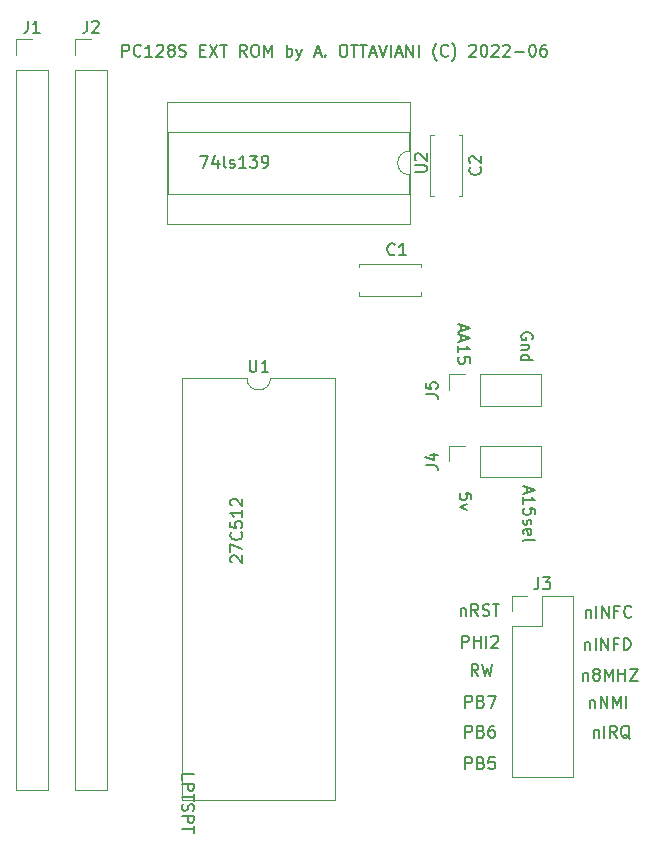
<source format=gbr>
G04 #@! TF.GenerationSoftware,KiCad,Pcbnew,(5.1.5)-3*
G04 #@! TF.CreationDate,2022-06-14T21:30:09+02:00*
G04 #@! TF.ProjectId,PC128S_ExtROM,50433132-3853-45f4-9578-74524f4d2e6b,rev?*
G04 #@! TF.SameCoordinates,Original*
G04 #@! TF.FileFunction,Legend,Top*
G04 #@! TF.FilePolarity,Positive*
%FSLAX46Y46*%
G04 Gerber Fmt 4.6, Leading zero omitted, Abs format (unit mm)*
G04 Created by KiCad (PCBNEW (5.1.5)-3) date 2022-06-14 21:30:09*
%MOMM*%
%LPD*%
G04 APERTURE LIST*
%ADD10C,0.150000*%
%ADD11C,0.120000*%
G04 APERTURE END LIST*
D10*
X158258238Y-76223880D02*
X158924904Y-76223880D01*
X158496333Y-77223880D01*
X159734428Y-76557214D02*
X159734428Y-77223880D01*
X159496333Y-76176261D02*
X159258238Y-76890547D01*
X159877285Y-76890547D01*
X160401095Y-77223880D02*
X160305857Y-77176261D01*
X160258238Y-77081023D01*
X160258238Y-76223880D01*
X160734428Y-77176261D02*
X160829666Y-77223880D01*
X161020142Y-77223880D01*
X161115380Y-77176261D01*
X161163000Y-77081023D01*
X161163000Y-77033404D01*
X161115380Y-76938166D01*
X161020142Y-76890547D01*
X160877285Y-76890547D01*
X160782047Y-76842928D01*
X160734428Y-76747690D01*
X160734428Y-76700071D01*
X160782047Y-76604833D01*
X160877285Y-76557214D01*
X161020142Y-76557214D01*
X161115380Y-76604833D01*
X162115380Y-77223880D02*
X161543952Y-77223880D01*
X161829666Y-77223880D02*
X161829666Y-76223880D01*
X161734428Y-76366738D01*
X161639190Y-76461976D01*
X161543952Y-76509595D01*
X162448714Y-76223880D02*
X163067761Y-76223880D01*
X162734428Y-76604833D01*
X162877285Y-76604833D01*
X162972523Y-76652452D01*
X163020142Y-76700071D01*
X163067761Y-76795309D01*
X163067761Y-77033404D01*
X163020142Y-77128642D01*
X162972523Y-77176261D01*
X162877285Y-77223880D01*
X162591571Y-77223880D01*
X162496333Y-77176261D01*
X162448714Y-77128642D01*
X163543952Y-77223880D02*
X163734428Y-77223880D01*
X163829666Y-77176261D01*
X163877285Y-77128642D01*
X163972523Y-76985785D01*
X164020142Y-76795309D01*
X164020142Y-76414357D01*
X163972523Y-76319119D01*
X163924904Y-76271500D01*
X163829666Y-76223880D01*
X163639190Y-76223880D01*
X163543952Y-76271500D01*
X163496333Y-76319119D01*
X163448714Y-76414357D01*
X163448714Y-76652452D01*
X163496333Y-76747690D01*
X163543952Y-76795309D01*
X163639190Y-76842928D01*
X163829666Y-76842928D01*
X163924904Y-76795309D01*
X163972523Y-76747690D01*
X164020142Y-76652452D01*
X180363833Y-90582952D02*
X180363833Y-91059142D01*
X180078119Y-90487714D02*
X181078119Y-90821047D01*
X180078119Y-91154380D01*
X180363833Y-91440095D02*
X180363833Y-91916285D01*
X180078119Y-91344857D02*
X181078119Y-91678190D01*
X180078119Y-92011523D01*
X180078119Y-92868666D02*
X180078119Y-92297238D01*
X180078119Y-92582952D02*
X181078119Y-92582952D01*
X180935261Y-92487714D01*
X180840023Y-92392476D01*
X180792404Y-92297238D01*
X181078119Y-93773428D02*
X181078119Y-93297238D01*
X180601928Y-93249619D01*
X180649547Y-93297238D01*
X180697166Y-93392476D01*
X180697166Y-93630571D01*
X180649547Y-93725809D01*
X180601928Y-93773428D01*
X180506690Y-93821047D01*
X180268595Y-93821047D01*
X180173357Y-93773428D01*
X180125738Y-93725809D01*
X180078119Y-93630571D01*
X180078119Y-93392476D01*
X180125738Y-93297238D01*
X180173357Y-93249619D01*
X186364500Y-91749642D02*
X186412119Y-91654404D01*
X186412119Y-91511547D01*
X186364500Y-91368690D01*
X186269261Y-91273452D01*
X186174023Y-91225833D01*
X185983547Y-91178214D01*
X185840690Y-91178214D01*
X185650214Y-91225833D01*
X185554976Y-91273452D01*
X185459738Y-91368690D01*
X185412119Y-91511547D01*
X185412119Y-91606785D01*
X185459738Y-91749642D01*
X185507357Y-91797261D01*
X185840690Y-91797261D01*
X185840690Y-91606785D01*
X186078785Y-92225833D02*
X185412119Y-92225833D01*
X185983547Y-92225833D02*
X186031166Y-92273452D01*
X186078785Y-92368690D01*
X186078785Y-92511547D01*
X186031166Y-92606785D01*
X185935928Y-92654404D01*
X185412119Y-92654404D01*
X185412119Y-93559166D02*
X186412119Y-93559166D01*
X185459738Y-93559166D02*
X185412119Y-93463928D01*
X185412119Y-93273452D01*
X185459738Y-93178214D01*
X185507357Y-93130595D01*
X185602595Y-93082976D01*
X185888309Y-93082976D01*
X185983547Y-93130595D01*
X186031166Y-93178214D01*
X186078785Y-93273452D01*
X186078785Y-93463928D01*
X186031166Y-93559166D01*
X185888333Y-104267285D02*
X185888333Y-104743476D01*
X185602619Y-104172047D02*
X186602619Y-104505380D01*
X185602619Y-104838714D01*
X185602619Y-105695857D02*
X185602619Y-105124428D01*
X185602619Y-105410142D02*
X186602619Y-105410142D01*
X186459761Y-105314904D01*
X186364523Y-105219666D01*
X186316904Y-105124428D01*
X186602619Y-106600619D02*
X186602619Y-106124428D01*
X186126428Y-106076809D01*
X186174047Y-106124428D01*
X186221666Y-106219666D01*
X186221666Y-106457761D01*
X186174047Y-106553000D01*
X186126428Y-106600619D01*
X186031190Y-106648238D01*
X185793095Y-106648238D01*
X185697857Y-106600619D01*
X185650238Y-106553000D01*
X185602619Y-106457761D01*
X185602619Y-106219666D01*
X185650238Y-106124428D01*
X185697857Y-106076809D01*
X185650238Y-107029190D02*
X185602619Y-107124428D01*
X185602619Y-107314904D01*
X185650238Y-107410142D01*
X185745476Y-107457761D01*
X185793095Y-107457761D01*
X185888333Y-107410142D01*
X185935952Y-107314904D01*
X185935952Y-107172047D01*
X185983571Y-107076809D01*
X186078809Y-107029190D01*
X186126428Y-107029190D01*
X186221666Y-107076809D01*
X186269285Y-107172047D01*
X186269285Y-107314904D01*
X186221666Y-107410142D01*
X185650238Y-108267285D02*
X185602619Y-108172047D01*
X185602619Y-107981571D01*
X185650238Y-107886333D01*
X185745476Y-107838714D01*
X186126428Y-107838714D01*
X186221666Y-107886333D01*
X186269285Y-107981571D01*
X186269285Y-108172047D01*
X186221666Y-108267285D01*
X186126428Y-108314904D01*
X186031190Y-108314904D01*
X185935952Y-107838714D01*
X185602619Y-108886333D02*
X185650238Y-108791095D01*
X185745476Y-108743476D01*
X186602619Y-108743476D01*
X181205119Y-105330642D02*
X181205119Y-104854452D01*
X180728928Y-104806833D01*
X180776547Y-104854452D01*
X180824166Y-104949690D01*
X180824166Y-105187785D01*
X180776547Y-105283023D01*
X180728928Y-105330642D01*
X180633690Y-105378261D01*
X180395595Y-105378261D01*
X180300357Y-105330642D01*
X180252738Y-105283023D01*
X180205119Y-105187785D01*
X180205119Y-104949690D01*
X180252738Y-104854452D01*
X180300357Y-104806833D01*
X180871785Y-105711595D02*
X180205119Y-105949690D01*
X180871785Y-106187785D01*
X160901119Y-110640476D02*
X160853500Y-110592857D01*
X160805880Y-110497619D01*
X160805880Y-110259523D01*
X160853500Y-110164285D01*
X160901119Y-110116666D01*
X160996357Y-110069047D01*
X161091595Y-110069047D01*
X161234452Y-110116666D01*
X161805880Y-110688095D01*
X161805880Y-110069047D01*
X160805880Y-109735714D02*
X160805880Y-109069047D01*
X161805880Y-109497619D01*
X161710642Y-108116666D02*
X161758261Y-108164285D01*
X161805880Y-108307142D01*
X161805880Y-108402380D01*
X161758261Y-108545238D01*
X161663023Y-108640476D01*
X161567785Y-108688095D01*
X161377309Y-108735714D01*
X161234452Y-108735714D01*
X161043976Y-108688095D01*
X160948738Y-108640476D01*
X160853500Y-108545238D01*
X160805880Y-108402380D01*
X160805880Y-108307142D01*
X160853500Y-108164285D01*
X160901119Y-108116666D01*
X160805880Y-107211904D02*
X160805880Y-107688095D01*
X161282071Y-107735714D01*
X161234452Y-107688095D01*
X161186833Y-107592857D01*
X161186833Y-107354761D01*
X161234452Y-107259523D01*
X161282071Y-107211904D01*
X161377309Y-107164285D01*
X161615404Y-107164285D01*
X161710642Y-107211904D01*
X161758261Y-107259523D01*
X161805880Y-107354761D01*
X161805880Y-107592857D01*
X161758261Y-107688095D01*
X161710642Y-107735714D01*
X161805880Y-106211904D02*
X161805880Y-106783333D01*
X161805880Y-106497619D02*
X160805880Y-106497619D01*
X160948738Y-106592857D01*
X161043976Y-106688095D01*
X161091595Y-106783333D01*
X160901119Y-105830952D02*
X160853500Y-105783333D01*
X160805880Y-105688095D01*
X160805880Y-105450000D01*
X160853500Y-105354761D01*
X160901119Y-105307142D01*
X160996357Y-105259523D01*
X161091595Y-105259523D01*
X161234452Y-105307142D01*
X161805880Y-105878571D01*
X161805880Y-105259523D01*
X151656119Y-67825880D02*
X151656119Y-66825880D01*
X152037071Y-66825880D01*
X152132309Y-66873500D01*
X152179928Y-66921119D01*
X152227547Y-67016357D01*
X152227547Y-67159214D01*
X152179928Y-67254452D01*
X152132309Y-67302071D01*
X152037071Y-67349690D01*
X151656119Y-67349690D01*
X153227547Y-67730642D02*
X153179928Y-67778261D01*
X153037071Y-67825880D01*
X152941833Y-67825880D01*
X152798976Y-67778261D01*
X152703738Y-67683023D01*
X152656119Y-67587785D01*
X152608500Y-67397309D01*
X152608500Y-67254452D01*
X152656119Y-67063976D01*
X152703738Y-66968738D01*
X152798976Y-66873500D01*
X152941833Y-66825880D01*
X153037071Y-66825880D01*
X153179928Y-66873500D01*
X153227547Y-66921119D01*
X154179928Y-67825880D02*
X153608500Y-67825880D01*
X153894214Y-67825880D02*
X153894214Y-66825880D01*
X153798976Y-66968738D01*
X153703738Y-67063976D01*
X153608500Y-67111595D01*
X154560880Y-66921119D02*
X154608500Y-66873500D01*
X154703738Y-66825880D01*
X154941833Y-66825880D01*
X155037071Y-66873500D01*
X155084690Y-66921119D01*
X155132309Y-67016357D01*
X155132309Y-67111595D01*
X155084690Y-67254452D01*
X154513261Y-67825880D01*
X155132309Y-67825880D01*
X155703738Y-67254452D02*
X155608500Y-67206833D01*
X155560880Y-67159214D01*
X155513261Y-67063976D01*
X155513261Y-67016357D01*
X155560880Y-66921119D01*
X155608500Y-66873500D01*
X155703738Y-66825880D01*
X155894214Y-66825880D01*
X155989452Y-66873500D01*
X156037071Y-66921119D01*
X156084690Y-67016357D01*
X156084690Y-67063976D01*
X156037071Y-67159214D01*
X155989452Y-67206833D01*
X155894214Y-67254452D01*
X155703738Y-67254452D01*
X155608500Y-67302071D01*
X155560880Y-67349690D01*
X155513261Y-67444928D01*
X155513261Y-67635404D01*
X155560880Y-67730642D01*
X155608500Y-67778261D01*
X155703738Y-67825880D01*
X155894214Y-67825880D01*
X155989452Y-67778261D01*
X156037071Y-67730642D01*
X156084690Y-67635404D01*
X156084690Y-67444928D01*
X156037071Y-67349690D01*
X155989452Y-67302071D01*
X155894214Y-67254452D01*
X156465642Y-67778261D02*
X156608500Y-67825880D01*
X156846595Y-67825880D01*
X156941833Y-67778261D01*
X156989452Y-67730642D01*
X157037071Y-67635404D01*
X157037071Y-67540166D01*
X156989452Y-67444928D01*
X156941833Y-67397309D01*
X156846595Y-67349690D01*
X156656119Y-67302071D01*
X156560880Y-67254452D01*
X156513261Y-67206833D01*
X156465642Y-67111595D01*
X156465642Y-67016357D01*
X156513261Y-66921119D01*
X156560880Y-66873500D01*
X156656119Y-66825880D01*
X156894214Y-66825880D01*
X157037071Y-66873500D01*
X158227547Y-67302071D02*
X158560880Y-67302071D01*
X158703738Y-67825880D02*
X158227547Y-67825880D01*
X158227547Y-66825880D01*
X158703738Y-66825880D01*
X159037071Y-66825880D02*
X159703738Y-67825880D01*
X159703738Y-66825880D02*
X159037071Y-67825880D01*
X159941833Y-66825880D02*
X160513261Y-66825880D01*
X160227547Y-67825880D02*
X160227547Y-66825880D01*
X162179928Y-67825880D02*
X161846595Y-67349690D01*
X161608500Y-67825880D02*
X161608500Y-66825880D01*
X161989452Y-66825880D01*
X162084690Y-66873500D01*
X162132309Y-66921119D01*
X162179928Y-67016357D01*
X162179928Y-67159214D01*
X162132309Y-67254452D01*
X162084690Y-67302071D01*
X161989452Y-67349690D01*
X161608500Y-67349690D01*
X162798976Y-66825880D02*
X162989452Y-66825880D01*
X163084690Y-66873500D01*
X163179928Y-66968738D01*
X163227547Y-67159214D01*
X163227547Y-67492547D01*
X163179928Y-67683023D01*
X163084690Y-67778261D01*
X162989452Y-67825880D01*
X162798976Y-67825880D01*
X162703738Y-67778261D01*
X162608500Y-67683023D01*
X162560880Y-67492547D01*
X162560880Y-67159214D01*
X162608500Y-66968738D01*
X162703738Y-66873500D01*
X162798976Y-66825880D01*
X163656119Y-67825880D02*
X163656119Y-66825880D01*
X163989452Y-67540166D01*
X164322785Y-66825880D01*
X164322785Y-67825880D01*
X165560880Y-67825880D02*
X165560880Y-66825880D01*
X165560880Y-67206833D02*
X165656119Y-67159214D01*
X165846595Y-67159214D01*
X165941833Y-67206833D01*
X165989452Y-67254452D01*
X166037071Y-67349690D01*
X166037071Y-67635404D01*
X165989452Y-67730642D01*
X165941833Y-67778261D01*
X165846595Y-67825880D01*
X165656119Y-67825880D01*
X165560880Y-67778261D01*
X166370404Y-67159214D02*
X166608500Y-67825880D01*
X166846595Y-67159214D02*
X166608500Y-67825880D01*
X166513261Y-68063976D01*
X166465642Y-68111595D01*
X166370404Y-68159214D01*
X167941833Y-67540166D02*
X168418023Y-67540166D01*
X167846595Y-67825880D02*
X168179928Y-66825880D01*
X168513261Y-67825880D01*
X168846595Y-67730642D02*
X168894214Y-67778261D01*
X168846595Y-67825880D01*
X168798976Y-67778261D01*
X168846595Y-67730642D01*
X168846595Y-67825880D01*
X170275166Y-66825880D02*
X170465642Y-66825880D01*
X170560880Y-66873500D01*
X170656119Y-66968738D01*
X170703738Y-67159214D01*
X170703738Y-67492547D01*
X170656119Y-67683023D01*
X170560880Y-67778261D01*
X170465642Y-67825880D01*
X170275166Y-67825880D01*
X170179928Y-67778261D01*
X170084690Y-67683023D01*
X170037071Y-67492547D01*
X170037071Y-67159214D01*
X170084690Y-66968738D01*
X170179928Y-66873500D01*
X170275166Y-66825880D01*
X170989452Y-66825880D02*
X171560880Y-66825880D01*
X171275166Y-67825880D02*
X171275166Y-66825880D01*
X171751357Y-66825880D02*
X172322785Y-66825880D01*
X172037071Y-67825880D02*
X172037071Y-66825880D01*
X172608500Y-67540166D02*
X173084690Y-67540166D01*
X172513261Y-67825880D02*
X172846595Y-66825880D01*
X173179928Y-67825880D01*
X173370404Y-66825880D02*
X173703738Y-67825880D01*
X174037071Y-66825880D01*
X174370404Y-67825880D02*
X174370404Y-66825880D01*
X174798976Y-67540166D02*
X175275166Y-67540166D01*
X174703738Y-67825880D02*
X175037071Y-66825880D01*
X175370404Y-67825880D01*
X175703738Y-67825880D02*
X175703738Y-66825880D01*
X176275166Y-67825880D01*
X176275166Y-66825880D01*
X176751357Y-67825880D02*
X176751357Y-66825880D01*
X178275166Y-68206833D02*
X178227547Y-68159214D01*
X178132309Y-68016357D01*
X178084690Y-67921119D01*
X178037071Y-67778261D01*
X177989452Y-67540166D01*
X177989452Y-67349690D01*
X178037071Y-67111595D01*
X178084690Y-66968738D01*
X178132309Y-66873500D01*
X178227547Y-66730642D01*
X178275166Y-66683023D01*
X179227547Y-67730642D02*
X179179928Y-67778261D01*
X179037071Y-67825880D01*
X178941833Y-67825880D01*
X178798976Y-67778261D01*
X178703738Y-67683023D01*
X178656119Y-67587785D01*
X178608500Y-67397309D01*
X178608500Y-67254452D01*
X178656119Y-67063976D01*
X178703738Y-66968738D01*
X178798976Y-66873500D01*
X178941833Y-66825880D01*
X179037071Y-66825880D01*
X179179928Y-66873500D01*
X179227547Y-66921119D01*
X179560880Y-68206833D02*
X179608500Y-68159214D01*
X179703738Y-68016357D01*
X179751357Y-67921119D01*
X179798976Y-67778261D01*
X179846595Y-67540166D01*
X179846595Y-67349690D01*
X179798976Y-67111595D01*
X179751357Y-66968738D01*
X179703738Y-66873500D01*
X179608500Y-66730642D01*
X179560880Y-66683023D01*
X181037071Y-66921119D02*
X181084690Y-66873500D01*
X181179928Y-66825880D01*
X181418023Y-66825880D01*
X181513261Y-66873500D01*
X181560880Y-66921119D01*
X181608500Y-67016357D01*
X181608500Y-67111595D01*
X181560880Y-67254452D01*
X180989452Y-67825880D01*
X181608500Y-67825880D01*
X182227547Y-66825880D02*
X182322785Y-66825880D01*
X182418023Y-66873500D01*
X182465642Y-66921119D01*
X182513261Y-67016357D01*
X182560880Y-67206833D01*
X182560880Y-67444928D01*
X182513261Y-67635404D01*
X182465642Y-67730642D01*
X182418023Y-67778261D01*
X182322785Y-67825880D01*
X182227547Y-67825880D01*
X182132309Y-67778261D01*
X182084690Y-67730642D01*
X182037071Y-67635404D01*
X181989452Y-67444928D01*
X181989452Y-67206833D01*
X182037071Y-67016357D01*
X182084690Y-66921119D01*
X182132309Y-66873500D01*
X182227547Y-66825880D01*
X182941833Y-66921119D02*
X182989452Y-66873500D01*
X183084690Y-66825880D01*
X183322785Y-66825880D01*
X183418023Y-66873500D01*
X183465642Y-66921119D01*
X183513261Y-67016357D01*
X183513261Y-67111595D01*
X183465642Y-67254452D01*
X182894214Y-67825880D01*
X183513261Y-67825880D01*
X183894214Y-66921119D02*
X183941833Y-66873500D01*
X184037071Y-66825880D01*
X184275166Y-66825880D01*
X184370404Y-66873500D01*
X184418023Y-66921119D01*
X184465642Y-67016357D01*
X184465642Y-67111595D01*
X184418023Y-67254452D01*
X183846595Y-67825880D01*
X184465642Y-67825880D01*
X184894214Y-67444928D02*
X185656119Y-67444928D01*
X186322785Y-66825880D02*
X186418023Y-66825880D01*
X186513261Y-66873500D01*
X186560880Y-66921119D01*
X186608500Y-67016357D01*
X186656119Y-67206833D01*
X186656119Y-67444928D01*
X186608500Y-67635404D01*
X186560880Y-67730642D01*
X186513261Y-67778261D01*
X186418023Y-67825880D01*
X186322785Y-67825880D01*
X186227547Y-67778261D01*
X186179928Y-67730642D01*
X186132309Y-67635404D01*
X186084690Y-67444928D01*
X186084690Y-67206833D01*
X186132309Y-67016357D01*
X186179928Y-66921119D01*
X186227547Y-66873500D01*
X186322785Y-66825880D01*
X187513261Y-66825880D02*
X187322785Y-66825880D01*
X187227547Y-66873500D01*
X187179928Y-66921119D01*
X187084690Y-67063976D01*
X187037071Y-67254452D01*
X187037071Y-67635404D01*
X187084690Y-67730642D01*
X187132309Y-67778261D01*
X187227547Y-67825880D01*
X187418023Y-67825880D01*
X187513261Y-67778261D01*
X187560880Y-67730642D01*
X187608500Y-67635404D01*
X187608500Y-67397309D01*
X187560880Y-67302071D01*
X187513261Y-67254452D01*
X187418023Y-67206833D01*
X187227547Y-67206833D01*
X187132309Y-67254452D01*
X187084690Y-67302071D01*
X187037071Y-67397309D01*
X156710119Y-129071928D02*
X156710119Y-128595738D01*
X157710119Y-128595738D01*
X156710119Y-129405261D02*
X157710119Y-129405261D01*
X157710119Y-129786214D01*
X157662500Y-129881452D01*
X157614880Y-129929071D01*
X157519642Y-129976690D01*
X157376785Y-129976690D01*
X157281547Y-129929071D01*
X157233928Y-129881452D01*
X157186309Y-129786214D01*
X157186309Y-129405261D01*
X157710119Y-130262404D02*
X157710119Y-130833833D01*
X156710119Y-130548119D02*
X157710119Y-130548119D01*
X156757738Y-131119547D02*
X156710119Y-131262404D01*
X156710119Y-131500500D01*
X156757738Y-131595738D01*
X156805357Y-131643357D01*
X156900595Y-131690976D01*
X156995833Y-131690976D01*
X157091071Y-131643357D01*
X157138690Y-131595738D01*
X157186309Y-131500500D01*
X157233928Y-131310023D01*
X157281547Y-131214785D01*
X157329166Y-131167166D01*
X157424404Y-131119547D01*
X157519642Y-131119547D01*
X157614880Y-131167166D01*
X157662500Y-131214785D01*
X157710119Y-131310023D01*
X157710119Y-131548119D01*
X157662500Y-131690976D01*
X156710119Y-132119547D02*
X157710119Y-132119547D01*
X157710119Y-132500500D01*
X157662500Y-132595738D01*
X157614880Y-132643357D01*
X157519642Y-132690976D01*
X157376785Y-132690976D01*
X157281547Y-132643357D01*
X157233928Y-132595738D01*
X157186309Y-132500500D01*
X157186309Y-132119547D01*
X157710119Y-132976690D02*
X157710119Y-133548119D01*
X156710119Y-133262404D02*
X157710119Y-133262404D01*
X191563809Y-124817214D02*
X191563809Y-125483880D01*
X191563809Y-124912452D02*
X191611428Y-124864833D01*
X191706666Y-124817214D01*
X191849523Y-124817214D01*
X191944761Y-124864833D01*
X191992380Y-124960071D01*
X191992380Y-125483880D01*
X192468571Y-125483880D02*
X192468571Y-124483880D01*
X193516190Y-125483880D02*
X193182857Y-125007690D01*
X192944761Y-125483880D02*
X192944761Y-124483880D01*
X193325714Y-124483880D01*
X193420952Y-124531500D01*
X193468571Y-124579119D01*
X193516190Y-124674357D01*
X193516190Y-124817214D01*
X193468571Y-124912452D01*
X193420952Y-124960071D01*
X193325714Y-125007690D01*
X192944761Y-125007690D01*
X194611428Y-125579119D02*
X194516190Y-125531500D01*
X194420952Y-125436261D01*
X194278095Y-125293404D01*
X194182857Y-125245785D01*
X194087619Y-125245785D01*
X194135238Y-125483880D02*
X194040000Y-125436261D01*
X193944761Y-125341023D01*
X193897142Y-125150547D01*
X193897142Y-124817214D01*
X193944761Y-124626738D01*
X194040000Y-124531500D01*
X194135238Y-124483880D01*
X194325714Y-124483880D01*
X194420952Y-124531500D01*
X194516190Y-124626738D01*
X194563809Y-124817214D01*
X194563809Y-125150547D01*
X194516190Y-125341023D01*
X194420952Y-125436261D01*
X194325714Y-125483880D01*
X194135238Y-125483880D01*
X191238380Y-122340714D02*
X191238380Y-123007380D01*
X191238380Y-122435952D02*
X191286000Y-122388333D01*
X191381238Y-122340714D01*
X191524095Y-122340714D01*
X191619333Y-122388333D01*
X191666952Y-122483571D01*
X191666952Y-123007380D01*
X192143142Y-123007380D02*
X192143142Y-122007380D01*
X192714571Y-123007380D01*
X192714571Y-122007380D01*
X193190761Y-123007380D02*
X193190761Y-122007380D01*
X193524095Y-122721666D01*
X193857428Y-122007380D01*
X193857428Y-123007380D01*
X194333619Y-123007380D02*
X194333619Y-122007380D01*
X190651095Y-119991214D02*
X190651095Y-120657880D01*
X190651095Y-120086452D02*
X190698714Y-120038833D01*
X190793952Y-119991214D01*
X190936809Y-119991214D01*
X191032047Y-120038833D01*
X191079666Y-120134071D01*
X191079666Y-120657880D01*
X191698714Y-120086452D02*
X191603476Y-120038833D01*
X191555857Y-119991214D01*
X191508238Y-119895976D01*
X191508238Y-119848357D01*
X191555857Y-119753119D01*
X191603476Y-119705500D01*
X191698714Y-119657880D01*
X191889190Y-119657880D01*
X191984428Y-119705500D01*
X192032047Y-119753119D01*
X192079666Y-119848357D01*
X192079666Y-119895976D01*
X192032047Y-119991214D01*
X191984428Y-120038833D01*
X191889190Y-120086452D01*
X191698714Y-120086452D01*
X191603476Y-120134071D01*
X191555857Y-120181690D01*
X191508238Y-120276928D01*
X191508238Y-120467404D01*
X191555857Y-120562642D01*
X191603476Y-120610261D01*
X191698714Y-120657880D01*
X191889190Y-120657880D01*
X191984428Y-120610261D01*
X192032047Y-120562642D01*
X192079666Y-120467404D01*
X192079666Y-120276928D01*
X192032047Y-120181690D01*
X191984428Y-120134071D01*
X191889190Y-120086452D01*
X192508238Y-120657880D02*
X192508238Y-119657880D01*
X192841571Y-120372166D01*
X193174904Y-119657880D01*
X193174904Y-120657880D01*
X193651095Y-120657880D02*
X193651095Y-119657880D01*
X193651095Y-120134071D02*
X194222523Y-120134071D01*
X194222523Y-120657880D02*
X194222523Y-119657880D01*
X194603476Y-119657880D02*
X195270142Y-119657880D01*
X194603476Y-120657880D01*
X195270142Y-120657880D01*
X190817738Y-117387714D02*
X190817738Y-118054380D01*
X190817738Y-117482952D02*
X190865357Y-117435333D01*
X190960595Y-117387714D01*
X191103452Y-117387714D01*
X191198690Y-117435333D01*
X191246309Y-117530571D01*
X191246309Y-118054380D01*
X191722500Y-118054380D02*
X191722500Y-117054380D01*
X192198690Y-118054380D02*
X192198690Y-117054380D01*
X192770119Y-118054380D01*
X192770119Y-117054380D01*
X193579642Y-117530571D02*
X193246309Y-117530571D01*
X193246309Y-118054380D02*
X193246309Y-117054380D01*
X193722500Y-117054380D01*
X194103452Y-118054380D02*
X194103452Y-117054380D01*
X194341547Y-117054380D01*
X194484404Y-117102000D01*
X194579642Y-117197238D01*
X194627261Y-117292476D01*
X194674880Y-117482952D01*
X194674880Y-117625809D01*
X194627261Y-117816285D01*
X194579642Y-117911523D01*
X194484404Y-118006761D01*
X194341547Y-118054380D01*
X194103452Y-118054380D01*
X190881238Y-114657214D02*
X190881238Y-115323880D01*
X190881238Y-114752452D02*
X190928857Y-114704833D01*
X191024095Y-114657214D01*
X191166952Y-114657214D01*
X191262190Y-114704833D01*
X191309809Y-114800071D01*
X191309809Y-115323880D01*
X191786000Y-115323880D02*
X191786000Y-114323880D01*
X192262190Y-115323880D02*
X192262190Y-114323880D01*
X192833619Y-115323880D01*
X192833619Y-114323880D01*
X193643142Y-114800071D02*
X193309809Y-114800071D01*
X193309809Y-115323880D02*
X193309809Y-114323880D01*
X193786000Y-114323880D01*
X194738380Y-115228642D02*
X194690761Y-115276261D01*
X194547904Y-115323880D01*
X194452666Y-115323880D01*
X194309809Y-115276261D01*
X194214571Y-115181023D01*
X194166952Y-115085785D01*
X194119333Y-114895309D01*
X194119333Y-114752452D01*
X194166952Y-114561976D01*
X194214571Y-114466738D01*
X194309809Y-114371500D01*
X194452666Y-114323880D01*
X194547904Y-114323880D01*
X194690761Y-114371500D01*
X194738380Y-114419119D01*
X180689404Y-128150880D02*
X180689404Y-127150880D01*
X181070357Y-127150880D01*
X181165595Y-127198500D01*
X181213214Y-127246119D01*
X181260833Y-127341357D01*
X181260833Y-127484214D01*
X181213214Y-127579452D01*
X181165595Y-127627071D01*
X181070357Y-127674690D01*
X180689404Y-127674690D01*
X182022738Y-127627071D02*
X182165595Y-127674690D01*
X182213214Y-127722309D01*
X182260833Y-127817547D01*
X182260833Y-127960404D01*
X182213214Y-128055642D01*
X182165595Y-128103261D01*
X182070357Y-128150880D01*
X181689404Y-128150880D01*
X181689404Y-127150880D01*
X182022738Y-127150880D01*
X182117976Y-127198500D01*
X182165595Y-127246119D01*
X182213214Y-127341357D01*
X182213214Y-127436595D01*
X182165595Y-127531833D01*
X182117976Y-127579452D01*
X182022738Y-127627071D01*
X181689404Y-127627071D01*
X183165595Y-127150880D02*
X182689404Y-127150880D01*
X182641785Y-127627071D01*
X182689404Y-127579452D01*
X182784642Y-127531833D01*
X183022738Y-127531833D01*
X183117976Y-127579452D01*
X183165595Y-127627071D01*
X183213214Y-127722309D01*
X183213214Y-127960404D01*
X183165595Y-128055642D01*
X183117976Y-128103261D01*
X183022738Y-128150880D01*
X182784642Y-128150880D01*
X182689404Y-128103261D01*
X182641785Y-128055642D01*
X180689404Y-125483880D02*
X180689404Y-124483880D01*
X181070357Y-124483880D01*
X181165595Y-124531500D01*
X181213214Y-124579119D01*
X181260833Y-124674357D01*
X181260833Y-124817214D01*
X181213214Y-124912452D01*
X181165595Y-124960071D01*
X181070357Y-125007690D01*
X180689404Y-125007690D01*
X182022738Y-124960071D02*
X182165595Y-125007690D01*
X182213214Y-125055309D01*
X182260833Y-125150547D01*
X182260833Y-125293404D01*
X182213214Y-125388642D01*
X182165595Y-125436261D01*
X182070357Y-125483880D01*
X181689404Y-125483880D01*
X181689404Y-124483880D01*
X182022738Y-124483880D01*
X182117976Y-124531500D01*
X182165595Y-124579119D01*
X182213214Y-124674357D01*
X182213214Y-124769595D01*
X182165595Y-124864833D01*
X182117976Y-124912452D01*
X182022738Y-124960071D01*
X181689404Y-124960071D01*
X183117976Y-124483880D02*
X182927500Y-124483880D01*
X182832261Y-124531500D01*
X182784642Y-124579119D01*
X182689404Y-124721976D01*
X182641785Y-124912452D01*
X182641785Y-125293404D01*
X182689404Y-125388642D01*
X182737023Y-125436261D01*
X182832261Y-125483880D01*
X183022738Y-125483880D01*
X183117976Y-125436261D01*
X183165595Y-125388642D01*
X183213214Y-125293404D01*
X183213214Y-125055309D01*
X183165595Y-124960071D01*
X183117976Y-124912452D01*
X183022738Y-124864833D01*
X182832261Y-124864833D01*
X182737023Y-124912452D01*
X182689404Y-124960071D01*
X182641785Y-125055309D01*
X180689404Y-122943880D02*
X180689404Y-121943880D01*
X181070357Y-121943880D01*
X181165595Y-121991500D01*
X181213214Y-122039119D01*
X181260833Y-122134357D01*
X181260833Y-122277214D01*
X181213214Y-122372452D01*
X181165595Y-122420071D01*
X181070357Y-122467690D01*
X180689404Y-122467690D01*
X182022738Y-122420071D02*
X182165595Y-122467690D01*
X182213214Y-122515309D01*
X182260833Y-122610547D01*
X182260833Y-122753404D01*
X182213214Y-122848642D01*
X182165595Y-122896261D01*
X182070357Y-122943880D01*
X181689404Y-122943880D01*
X181689404Y-121943880D01*
X182022738Y-121943880D01*
X182117976Y-121991500D01*
X182165595Y-122039119D01*
X182213214Y-122134357D01*
X182213214Y-122229595D01*
X182165595Y-122324833D01*
X182117976Y-122372452D01*
X182022738Y-122420071D01*
X181689404Y-122420071D01*
X182594166Y-121943880D02*
X183260833Y-121943880D01*
X182832261Y-122943880D01*
X181792595Y-120276880D02*
X181459261Y-119800690D01*
X181221166Y-120276880D02*
X181221166Y-119276880D01*
X181602119Y-119276880D01*
X181697357Y-119324500D01*
X181744976Y-119372119D01*
X181792595Y-119467357D01*
X181792595Y-119610214D01*
X181744976Y-119705452D01*
X181697357Y-119753071D01*
X181602119Y-119800690D01*
X181221166Y-119800690D01*
X182125928Y-119276880D02*
X182364023Y-120276880D01*
X182554500Y-119562595D01*
X182744976Y-120276880D01*
X182983071Y-119276880D01*
X180427500Y-117863880D02*
X180427500Y-116863880D01*
X180808452Y-116863880D01*
X180903690Y-116911500D01*
X180951309Y-116959119D01*
X180998928Y-117054357D01*
X180998928Y-117197214D01*
X180951309Y-117292452D01*
X180903690Y-117340071D01*
X180808452Y-117387690D01*
X180427500Y-117387690D01*
X181427500Y-117863880D02*
X181427500Y-116863880D01*
X181427500Y-117340071D02*
X181998928Y-117340071D01*
X181998928Y-117863880D02*
X181998928Y-116863880D01*
X182475119Y-117863880D02*
X182475119Y-116863880D01*
X182903690Y-116959119D02*
X182951309Y-116911500D01*
X183046547Y-116863880D01*
X183284642Y-116863880D01*
X183379880Y-116911500D01*
X183427500Y-116959119D01*
X183475119Y-117054357D01*
X183475119Y-117149595D01*
X183427500Y-117292452D01*
X182856071Y-117863880D01*
X183475119Y-117863880D01*
X180292571Y-114530214D02*
X180292571Y-115196880D01*
X180292571Y-114625452D02*
X180340190Y-114577833D01*
X180435428Y-114530214D01*
X180578285Y-114530214D01*
X180673523Y-114577833D01*
X180721142Y-114673071D01*
X180721142Y-115196880D01*
X181768761Y-115196880D02*
X181435428Y-114720690D01*
X181197333Y-115196880D02*
X181197333Y-114196880D01*
X181578285Y-114196880D01*
X181673523Y-114244500D01*
X181721142Y-114292119D01*
X181768761Y-114387357D01*
X181768761Y-114530214D01*
X181721142Y-114625452D01*
X181673523Y-114673071D01*
X181578285Y-114720690D01*
X181197333Y-114720690D01*
X182149714Y-115149261D02*
X182292571Y-115196880D01*
X182530666Y-115196880D01*
X182625904Y-115149261D01*
X182673523Y-115101642D01*
X182721142Y-115006404D01*
X182721142Y-114911166D01*
X182673523Y-114815928D01*
X182625904Y-114768309D01*
X182530666Y-114720690D01*
X182340190Y-114673071D01*
X182244952Y-114625452D01*
X182197333Y-114577833D01*
X182149714Y-114482595D01*
X182149714Y-114387357D01*
X182197333Y-114292119D01*
X182244952Y-114244500D01*
X182340190Y-114196880D01*
X182578285Y-114196880D01*
X182721142Y-114244500D01*
X183006857Y-114196880D02*
X183578285Y-114196880D01*
X183292571Y-115196880D02*
X183292571Y-114196880D01*
D11*
X147670000Y-66344500D02*
X149000000Y-66344500D01*
X147670000Y-67674500D02*
X147670000Y-66344500D01*
X147670000Y-68944500D02*
X150330000Y-68944500D01*
X150330000Y-68944500D02*
X150330000Y-129964500D01*
X147670000Y-68944500D02*
X147670000Y-129964500D01*
X147670000Y-129964500D02*
X150330000Y-129964500D01*
X142670000Y-66344500D02*
X144000000Y-66344500D01*
X142670000Y-67674500D02*
X142670000Y-66344500D01*
X142670000Y-68944500D02*
X145330000Y-68944500D01*
X145330000Y-68944500D02*
X145330000Y-129964500D01*
X142670000Y-68944500D02*
X142670000Y-129964500D01*
X142670000Y-129964500D02*
X145330000Y-129964500D01*
X178015000Y-79669000D02*
X177700000Y-79669000D01*
X180440000Y-79669000D02*
X180125000Y-79669000D01*
X178015000Y-74429000D02*
X177700000Y-74429000D01*
X180440000Y-74429000D02*
X180125000Y-74429000D01*
X177700000Y-74429000D02*
X177700000Y-79669000D01*
X180440000Y-74429000D02*
X180440000Y-79669000D01*
X179328000Y-96075500D02*
X179328000Y-94745500D01*
X179328000Y-94745500D02*
X180658000Y-94745500D01*
X181928000Y-94745500D02*
X187068000Y-94745500D01*
X187068000Y-97405500D02*
X187068000Y-94745500D01*
X181928000Y-97405500D02*
X187068000Y-97405500D01*
X181928000Y-97405500D02*
X181928000Y-94745500D01*
X179328000Y-102108000D02*
X179328000Y-100778000D01*
X179328000Y-100778000D02*
X180658000Y-100778000D01*
X181928000Y-100778000D02*
X187068000Y-100778000D01*
X187068000Y-103438000D02*
X187068000Y-100778000D01*
X181928000Y-103438000D02*
X187068000Y-103438000D01*
X181928000Y-103438000D02*
X181928000Y-100778000D01*
X176015000Y-81975000D02*
X176015000Y-71695000D01*
X155455000Y-81975000D02*
X176015000Y-81975000D01*
X155455000Y-71695000D02*
X155455000Y-81975000D01*
X176015000Y-71695000D02*
X155455000Y-71695000D01*
X175955000Y-79485000D02*
X175955000Y-77835000D01*
X155515000Y-79485000D02*
X175955000Y-79485000D01*
X155515000Y-74185000D02*
X155515000Y-79485000D01*
X175955000Y-74185000D02*
X155515000Y-74185000D01*
X175955000Y-75835000D02*
X175955000Y-74185000D01*
X175955000Y-77835000D02*
G75*
G02X175955000Y-75835000I0J1000000D01*
G01*
X184598000Y-113478000D02*
X185928000Y-113478000D01*
X184598000Y-114808000D02*
X184598000Y-113478000D01*
X187198000Y-113478000D02*
X189798000Y-113478000D01*
X187198000Y-116078000D02*
X187198000Y-113478000D01*
X184598000Y-116078000D02*
X187198000Y-116078000D01*
X189798000Y-113478000D02*
X189798000Y-128838000D01*
X184598000Y-116078000D02*
X184598000Y-128838000D01*
X184598000Y-128838000D02*
X189798000Y-128838000D01*
X171728000Y-85686000D02*
X171728000Y-85371000D01*
X171728000Y-88111000D02*
X171728000Y-87796000D01*
X176968000Y-85686000D02*
X176968000Y-85371000D01*
X176968000Y-88111000D02*
X176968000Y-87796000D01*
X176968000Y-85371000D02*
X171728000Y-85371000D01*
X176968000Y-88111000D02*
X171728000Y-88111000D01*
X169655000Y-95063000D02*
X164195000Y-95063000D01*
X169655000Y-130743000D02*
X169655000Y-95063000D01*
X156735000Y-130743000D02*
X169655000Y-130743000D01*
X156735000Y-95063000D02*
X156735000Y-130743000D01*
X162195000Y-95063000D02*
X156735000Y-95063000D01*
X164195000Y-95063000D02*
G75*
G02X162195000Y-95063000I-1000000J0D01*
G01*
D10*
X148666666Y-64796880D02*
X148666666Y-65511166D01*
X148619047Y-65654023D01*
X148523809Y-65749261D01*
X148380952Y-65796880D01*
X148285714Y-65796880D01*
X149095238Y-64892119D02*
X149142857Y-64844500D01*
X149238095Y-64796880D01*
X149476190Y-64796880D01*
X149571428Y-64844500D01*
X149619047Y-64892119D01*
X149666666Y-64987357D01*
X149666666Y-65082595D01*
X149619047Y-65225452D01*
X149047619Y-65796880D01*
X149666666Y-65796880D01*
X143666666Y-64796880D02*
X143666666Y-65511166D01*
X143619047Y-65654023D01*
X143523809Y-65749261D01*
X143380952Y-65796880D01*
X143285714Y-65796880D01*
X144666666Y-65796880D02*
X144095238Y-65796880D01*
X144380952Y-65796880D02*
X144380952Y-64796880D01*
X144285714Y-64939738D01*
X144190476Y-65034976D01*
X144095238Y-65082595D01*
X181927142Y-77215666D02*
X181974761Y-77263285D01*
X182022380Y-77406142D01*
X182022380Y-77501380D01*
X181974761Y-77644238D01*
X181879523Y-77739476D01*
X181784285Y-77787095D01*
X181593809Y-77834714D01*
X181450952Y-77834714D01*
X181260476Y-77787095D01*
X181165238Y-77739476D01*
X181070000Y-77644238D01*
X181022380Y-77501380D01*
X181022380Y-77406142D01*
X181070000Y-77263285D01*
X181117619Y-77215666D01*
X181117619Y-76834714D02*
X181070000Y-76787095D01*
X181022380Y-76691857D01*
X181022380Y-76453761D01*
X181070000Y-76358523D01*
X181117619Y-76310904D01*
X181212857Y-76263285D01*
X181308095Y-76263285D01*
X181450952Y-76310904D01*
X182022380Y-76882333D01*
X182022380Y-76263285D01*
X177340380Y-96408833D02*
X178054666Y-96408833D01*
X178197523Y-96456452D01*
X178292761Y-96551690D01*
X178340380Y-96694547D01*
X178340380Y-96789785D01*
X177340380Y-95456452D02*
X177340380Y-95932642D01*
X177816571Y-95980261D01*
X177768952Y-95932642D01*
X177721333Y-95837404D01*
X177721333Y-95599309D01*
X177768952Y-95504071D01*
X177816571Y-95456452D01*
X177911809Y-95408833D01*
X178149904Y-95408833D01*
X178245142Y-95456452D01*
X178292761Y-95504071D01*
X178340380Y-95599309D01*
X178340380Y-95837404D01*
X178292761Y-95932642D01*
X178245142Y-95980261D01*
X177340380Y-102441333D02*
X178054666Y-102441333D01*
X178197523Y-102488952D01*
X178292761Y-102584190D01*
X178340380Y-102727047D01*
X178340380Y-102822285D01*
X177673714Y-101536571D02*
X178340380Y-101536571D01*
X177292761Y-101774666D02*
X178007047Y-102012761D01*
X178007047Y-101393714D01*
X176407380Y-77596904D02*
X177216904Y-77596904D01*
X177312142Y-77549285D01*
X177359761Y-77501666D01*
X177407380Y-77406428D01*
X177407380Y-77215952D01*
X177359761Y-77120714D01*
X177312142Y-77073095D01*
X177216904Y-77025476D01*
X176407380Y-77025476D01*
X176502619Y-76596904D02*
X176455000Y-76549285D01*
X176407380Y-76454047D01*
X176407380Y-76215952D01*
X176455000Y-76120714D01*
X176502619Y-76073095D01*
X176597857Y-76025476D01*
X176693095Y-76025476D01*
X176835952Y-76073095D01*
X177407380Y-76644523D01*
X177407380Y-76025476D01*
X186864666Y-111930380D02*
X186864666Y-112644666D01*
X186817047Y-112787523D01*
X186721809Y-112882761D01*
X186578952Y-112930380D01*
X186483714Y-112930380D01*
X187245619Y-111930380D02*
X187864666Y-111930380D01*
X187531333Y-112311333D01*
X187674190Y-112311333D01*
X187769428Y-112358952D01*
X187817047Y-112406571D01*
X187864666Y-112501809D01*
X187864666Y-112739904D01*
X187817047Y-112835142D01*
X187769428Y-112882761D01*
X187674190Y-112930380D01*
X187388476Y-112930380D01*
X187293238Y-112882761D01*
X187245619Y-112835142D01*
X174712833Y-84558142D02*
X174665214Y-84605761D01*
X174522357Y-84653380D01*
X174427119Y-84653380D01*
X174284261Y-84605761D01*
X174189023Y-84510523D01*
X174141404Y-84415285D01*
X174093785Y-84224809D01*
X174093785Y-84081952D01*
X174141404Y-83891476D01*
X174189023Y-83796238D01*
X174284261Y-83701000D01*
X174427119Y-83653380D01*
X174522357Y-83653380D01*
X174665214Y-83701000D01*
X174712833Y-83748619D01*
X175665214Y-84653380D02*
X175093785Y-84653380D01*
X175379500Y-84653380D02*
X175379500Y-83653380D01*
X175284261Y-83796238D01*
X175189023Y-83891476D01*
X175093785Y-83939095D01*
X162433095Y-93515380D02*
X162433095Y-94324904D01*
X162480714Y-94420142D01*
X162528333Y-94467761D01*
X162623571Y-94515380D01*
X162814047Y-94515380D01*
X162909285Y-94467761D01*
X162956904Y-94420142D01*
X163004523Y-94324904D01*
X163004523Y-93515380D01*
X164004523Y-94515380D02*
X163433095Y-94515380D01*
X163718809Y-94515380D02*
X163718809Y-93515380D01*
X163623571Y-93658238D01*
X163528333Y-93753476D01*
X163433095Y-93801095D01*
M02*

</source>
